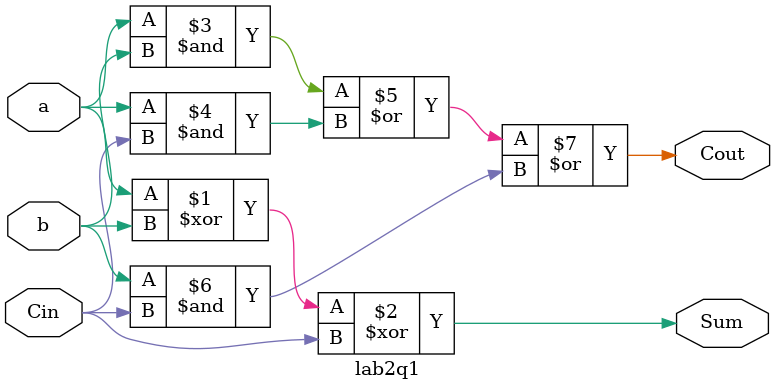
<source format=v>
module lab2q1(Cin,a,b,Sum,Cout);
input a,b,Cin;
output Cout,Sum;
assign Sum=a^b^Cin;
assign Cout=(a&b)|(a&Cin)|(b&Cin);
endmodule
</source>
